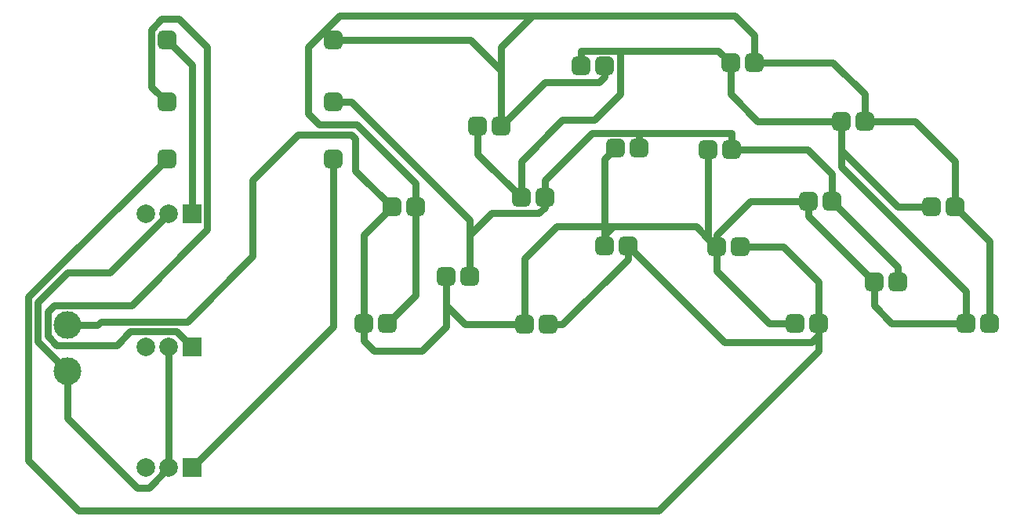
<source format=gbl>
G04*
G04 #@! TF.GenerationSoftware,Altium Limited,Altium Designer,20.1.11 (218)*
G04*
G04 Layer_Physical_Order=2*
G04 Layer_Color=16711680*
%FSLAX44Y44*%
%MOMM*%
G71*
G04*
G04 #@! TF.SameCoordinates,7CDE3BBD-BDE4-4E60-9424-B3FBC2AF3589*
G04*
G04*
G04 #@! TF.FilePolarity,Positive*
G04*
G01*
G75*
%ADD10C,0.8000*%
G04:AMPARAMS|DCode=11|XSize=2mm|YSize=2mm|CornerRadius=0.5mm|HoleSize=0mm|Usage=FLASHONLY|Rotation=0.000|XOffset=0mm|YOffset=0mm|HoleType=Round|Shape=RoundedRectangle|*
%AMROUNDEDRECTD11*
21,1,2.0000,1.0000,0,0,0.0*
21,1,1.0000,2.0000,0,0,0.0*
1,1,1.0000,0.5000,-0.5000*
1,1,1.0000,-0.5000,-0.5000*
1,1,1.0000,-0.5000,0.5000*
1,1,1.0000,0.5000,0.5000*
%
%ADD11ROUNDEDRECTD11*%
%ADD12C,2.0000*%
%ADD13R,2.0000X2.0000*%
%ADD14C,3.0000*%
D10*
X249936Y390144D02*
X298792Y439000D01*
X356314D01*
X361000Y399730D02*
Y434314D01*
X356314Y439000D02*
X361000Y434314D01*
X362038Y450000D02*
X425450Y386588D01*
Y265430D02*
Y386588D01*
X309626Y462026D02*
X321652Y450000D01*
X362038D01*
X361000Y399730D02*
X400050Y360680D01*
X885190Y403860D02*
Y421640D01*
X741680Y326390D02*
X750570Y317500D01*
X728472Y339598D02*
X741680Y326390D01*
X629920Y339598D02*
Y412750D01*
Y330708D02*
Y339598D01*
Y318770D02*
Y330708D01*
X646684Y529844D02*
X752856D01*
X638810Y339598D02*
X728472D01*
X629920D02*
X638810D01*
X578358D02*
X629920D01*
X458470Y254000D02*
Y285750D01*
Y231140D02*
Y254000D01*
X343662Y567436D02*
X552196D01*
X518160Y508000D02*
Y533400D01*
X309626D02*
X343662Y567436D01*
X666750Y440944D02*
X767080D01*
X615950D02*
X666750D01*
X483870Y330200D02*
Y346202D01*
Y285750D02*
Y330200D01*
X861060Y222250D02*
Y234950D01*
Y205232D02*
Y222250D01*
X17920Y215080D02*
X50000Y183000D01*
X17920Y215080D02*
Y257600D01*
X49880Y289560D01*
X95650D01*
X159150Y353060D01*
X604520Y513080D02*
Y529844D01*
X646684D01*
Y482600D02*
Y529844D01*
X618998Y454914D02*
X646684Y482600D01*
X584200Y454914D02*
X618998D01*
X539750Y410464D02*
X584200Y454914D01*
X539750Y370840D02*
Y410464D01*
X629920Y412750D02*
X641350Y424180D01*
X741680Y326390D02*
Y422910D01*
X629920Y330708D02*
X638810Y339598D01*
X543560Y233680D02*
Y304800D01*
X578358Y339598D01*
X458470Y254000D02*
X478790Y233680D01*
X543560D01*
X629920Y501650D02*
Y513080D01*
X623570Y495300D02*
X629920Y501650D01*
X565150Y495300D02*
X623570D01*
X518160Y448310D02*
X565150Y495300D01*
X791210Y516890D02*
Y546608D01*
X552196Y567436D02*
X770382D01*
X518160Y533400D02*
X552196Y567436D01*
X666750Y424180D02*
Y440944D01*
X565150Y390144D02*
X615950Y440944D01*
X853694Y214884D02*
X861060Y222250D01*
X759206Y214884D02*
X853694D01*
X655320Y318770D02*
X759206Y214884D01*
X184150Y78740D02*
X337000Y231590D01*
Y413000D01*
X356072Y474000D02*
X483870Y346202D01*
X337000Y474000D02*
X356072D01*
X309626Y462026D02*
Y533400D01*
X770382Y567436D02*
X791210Y546608D01*
X249936Y307340D02*
Y390144D01*
X179324Y236728D02*
X249936Y307340D01*
X85852Y236728D02*
X179324D01*
X82124Y233000D02*
X85852Y236728D01*
X50000Y233000D02*
X82124D01*
X861060Y234950D02*
Y279400D01*
X822960Y317500D02*
X861060Y279400D01*
X775970Y317500D02*
X822960D01*
X1045210Y234950D02*
Y323850D01*
X1008380Y360680D02*
X1045210Y323850D01*
X752856Y529844D02*
X765810Y516890D01*
X565150Y360426D02*
Y370840D01*
X558800Y354076D02*
X565150Y360426D01*
X507746Y354076D02*
X558800D01*
X483870Y330200D02*
X507746Y354076D01*
X750570Y291592D02*
Y317500D01*
Y291592D02*
X807212Y234950D01*
X835660D01*
X7380Y263380D02*
X157000Y413000D01*
X7380Y86854D02*
Y263380D01*
Y86854D02*
X61976Y32258D01*
X688086D01*
X861060Y205232D01*
X167610Y226091D02*
X184150Y209550D01*
X117602Y226091D02*
X167610D01*
X102971Y211460D02*
X117602Y226091D01*
X38100Y211460D02*
X102971D01*
X28460Y221100D02*
X38100Y211460D01*
X28460Y221100D02*
Y247650D01*
X35350Y254540D01*
X119158D01*
X200914Y336296D01*
Y533400D01*
X170434Y563880D02*
X200914Y533400D01*
X151638Y563880D02*
X170434D01*
X140208Y552450D02*
X151638Y563880D01*
X140208Y490792D02*
Y552450D01*
Y490792D02*
X157000Y474000D01*
X184150Y353060D02*
Y513850D01*
X157000Y541000D02*
X184150Y513850D01*
X655320Y304546D02*
Y318770D01*
X584454Y233680D02*
X655320Y304546D01*
X568960Y233680D02*
X584454D01*
X946150Y279400D02*
Y295910D01*
X875030Y367030D02*
X946150Y295910D01*
X767080Y422910D02*
X848868D01*
X875030Y396748D01*
Y367030D02*
Y396748D01*
X1019810Y234950D02*
Y269240D01*
X885190Y403860D02*
X1019810Y269240D01*
X765810Y482600D02*
Y516890D01*
Y482600D02*
X795020Y453390D01*
X885190D01*
X565150Y370840D02*
Y390144D01*
X767080Y422910D02*
Y440944D01*
X791210Y516890D02*
X876300D01*
X910590Y482600D01*
Y453390D02*
Y482600D01*
X1008380Y360680D02*
Y410210D01*
X965200Y453390D02*
X1008380Y410210D01*
X910590Y453390D02*
X965200D01*
X369570Y234950D02*
Y330200D01*
X400050Y360680D01*
X369570Y215900D02*
Y234950D01*
Y215900D02*
X380492Y204978D01*
X432308D01*
X458470Y231140D01*
X787400Y367030D02*
X849630D01*
X750570Y330200D02*
X787400Y367030D01*
X750570Y317500D02*
Y330200D01*
X939800Y234950D02*
X1019810D01*
X920750Y254000D02*
X939800Y234950D01*
X920750Y254000D02*
Y279400D01*
X849630Y350520D02*
Y367030D01*
Y350520D02*
X920750Y279400D01*
X885190Y421640D02*
Y453390D01*
Y421640D02*
X946150Y360680D01*
X982980D01*
X394970Y234950D02*
X425450Y265430D01*
X337000Y541000D02*
X485160D01*
X518160Y508000D01*
Y448310D02*
Y508000D01*
X492760Y417830D02*
Y448310D01*
Y417830D02*
X539750Y370840D01*
X137560Y57150D02*
X159150Y78740D01*
X124860Y57150D02*
X137560D01*
X50000Y132010D02*
X124860Y57150D01*
X50000Y132010D02*
Y183000D01*
X159150Y78740D02*
Y209550D01*
D11*
X157000Y541000D02*
D03*
X337000D02*
D03*
X157000Y474000D02*
D03*
X337000D02*
D03*
Y413000D02*
D03*
X157000D02*
D03*
X394970Y234950D02*
D03*
X369570D02*
D03*
X425450Y360680D02*
D03*
X400050D02*
D03*
X518160Y448310D02*
D03*
X492760D02*
D03*
X629920Y513080D02*
D03*
X604520D02*
D03*
X791210Y516890D02*
D03*
X765810D02*
D03*
X910590Y453390D02*
D03*
X885190D02*
D03*
X1008380Y360680D02*
D03*
X982980D02*
D03*
X1045210Y234950D02*
D03*
X1019810D02*
D03*
X483870Y285750D02*
D03*
X458470D02*
D03*
X565150Y370840D02*
D03*
X539750D02*
D03*
X666750Y424180D02*
D03*
X641350D02*
D03*
X767080Y422910D02*
D03*
X741680D02*
D03*
X875030Y367030D02*
D03*
X849630D02*
D03*
X946150Y279400D02*
D03*
X920750D02*
D03*
X568960Y233680D02*
D03*
X543560D02*
D03*
X655320Y318770D02*
D03*
X629920D02*
D03*
X775970Y317500D02*
D03*
X750570D02*
D03*
X861060Y234950D02*
D03*
X835660D02*
D03*
D12*
X134150Y353060D02*
D03*
X159150D02*
D03*
X134150Y209550D02*
D03*
X159150D02*
D03*
X134150Y78740D02*
D03*
X159150D02*
D03*
D13*
X184150Y353060D02*
D03*
Y209550D02*
D03*
Y78740D02*
D03*
D14*
X50000Y183000D02*
D03*
Y233000D02*
D03*
M02*

</source>
